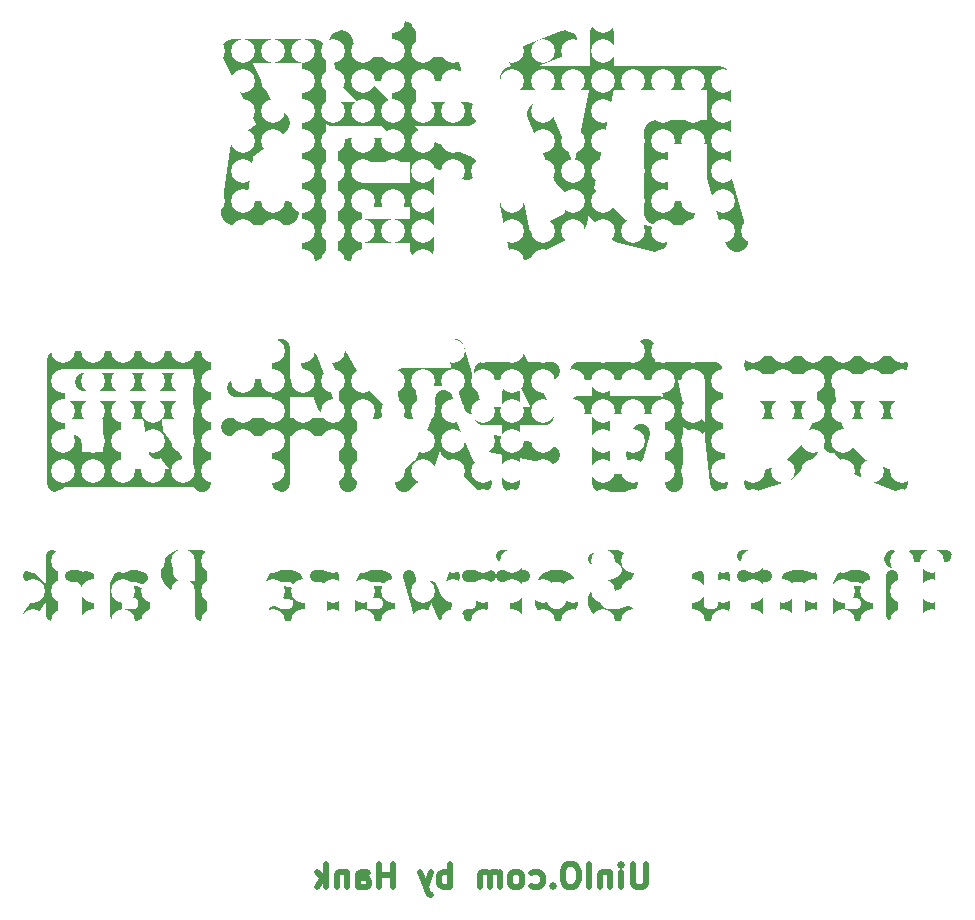
<source format=gbo>
%TF.GenerationSoftware,KiCad,Pcbnew,(6.0.5)*%
%TF.CreationDate,2022-05-26T18:09:24+08:00*%
%TF.ProjectId,Dot_Board,446f745f-426f-4617-9264-2e6b69636164,rev?*%
%TF.SameCoordinates,Original*%
%TF.FileFunction,Legend,Bot*%
%TF.FilePolarity,Positive*%
%FSLAX46Y46*%
G04 Gerber Fmt 4.6, Leading zero omitted, Abs format (unit mm)*
G04 Created by KiCad (PCBNEW (6.0.5)) date 2022-05-26 18:09:24*
%MOMM*%
%LPD*%
G01*
G04 APERTURE LIST*
%ADD10C,2.000000*%
%ADD11C,1.000000*%
%ADD12C,1.500000*%
%ADD13C,0.500000*%
%ADD14C,2.000000*%
%ADD15C,5.000000*%
G04 APERTURE END LIST*
D10*
X172599523Y-81041904D02*
X155075714Y-81041904D01*
X169551904Y-92470476D02*
X167266190Y-92470476D01*
X172599523Y-85613333D02*
X167266190Y-85613333D01*
X167266190Y-92470476D01*
X159647142Y-77994285D02*
X155837619Y-79518095D01*
X157361428Y-84089523D02*
X159647142Y-89422857D01*
X164218571Y-93994285D01*
X167266190Y-94756190D01*
X172599523Y-81041904D02*
X172599523Y-89422857D01*
X174123333Y-94756190D01*
X162694761Y-77232380D02*
X162694761Y-81803809D01*
X160409047Y-93232380D01*
X155837619Y-95518095D01*
X155075714Y-91708571D01*
X149742380Y-80280000D02*
X142885238Y-80280000D01*
X151266190Y-84089523D02*
X139837619Y-84089523D01*
X147456666Y-90946666D02*
X141361428Y-90946666D01*
X147456666Y-93994285D02*
X141361428Y-93994285D01*
X147456666Y-87137142D02*
X147456666Y-95518095D01*
X145932857Y-77232380D02*
X145932857Y-84089523D01*
X147456666Y-87137142D02*
X141361428Y-87137142D01*
X141361428Y-95518095D01*
X138313809Y-78756190D02*
X138313809Y-95518095D01*
X135266190Y-84851428D02*
X132218571Y-87137142D01*
X131456666Y-92470476D01*
X138313809Y-78756190D02*
X131456666Y-78756190D01*
X134504285Y-84851428D01*
X140599523Y-77994285D02*
X141361428Y-81041904D01*
X147456666Y-87137142D01*
X151266190Y-88660952D01*
X131456666Y-92470476D02*
X136028095Y-92470476D01*
D11*
X191777619Y-121471904D02*
X188920476Y-121471904D01*
X190349047Y-126471904D02*
X190349047Y-121471904D01*
X187253809Y-126471904D02*
X187253809Y-123138571D01*
X187253809Y-121471904D02*
X187491904Y-121710000D01*
X187253809Y-121948095D01*
X187015714Y-121710000D01*
X187253809Y-121471904D01*
X187253809Y-121948095D01*
X182730000Y-126471904D02*
X182730000Y-123852857D01*
X182968095Y-123376666D01*
X183444285Y-123138571D01*
X184396666Y-123138571D01*
X184872857Y-123376666D01*
X182730000Y-126233809D02*
X183206190Y-126471904D01*
X184396666Y-126471904D01*
X184872857Y-126233809D01*
X185110952Y-125757619D01*
X185110952Y-125281428D01*
X184872857Y-124805238D01*
X184396666Y-124567142D01*
X183206190Y-124567142D01*
X182730000Y-124329047D01*
X180349047Y-123138571D02*
X180349047Y-126471904D01*
X180349047Y-123614761D02*
X180110952Y-123376666D01*
X179634761Y-123138571D01*
X178920476Y-123138571D01*
X178444285Y-123376666D01*
X178206190Y-123852857D01*
X178206190Y-126471904D01*
X176539523Y-123138571D02*
X174634761Y-123138571D01*
X175825238Y-126471904D02*
X175825238Y-122186190D01*
X175587142Y-121710000D01*
X175110952Y-121471904D01*
X174634761Y-121471904D01*
X170825238Y-123138571D02*
X170825238Y-126471904D01*
X172968095Y-123138571D02*
X172968095Y-125757619D01*
X172730000Y-126233809D01*
X172253809Y-126471904D01*
X171539523Y-126471904D01*
X171063333Y-126233809D01*
X170825238Y-125995714D01*
X164872857Y-126233809D02*
X164158571Y-126471904D01*
X162968095Y-126471904D01*
X162491904Y-126233809D01*
X162253809Y-125995714D01*
X162015714Y-125519523D01*
X162015714Y-125043333D01*
X162253809Y-124567142D01*
X162491904Y-124329047D01*
X162968095Y-124090952D01*
X163920476Y-123852857D01*
X164396666Y-123614761D01*
X164634761Y-123376666D01*
X164872857Y-122900476D01*
X164872857Y-122424285D01*
X164634761Y-121948095D01*
X164396666Y-121710000D01*
X163920476Y-121471904D01*
X162730000Y-121471904D01*
X162015714Y-121710000D01*
X159158571Y-126471904D02*
X159634761Y-126233809D01*
X159872857Y-125995714D01*
X160110952Y-125519523D01*
X160110952Y-124090952D01*
X159872857Y-123614761D01*
X159634761Y-123376666D01*
X159158571Y-123138571D01*
X158444285Y-123138571D01*
X157968095Y-123376666D01*
X157730000Y-123614761D01*
X157491904Y-124090952D01*
X157491904Y-125519523D01*
X157730000Y-125995714D01*
X157968095Y-126233809D01*
X158444285Y-126471904D01*
X159158571Y-126471904D01*
X156063333Y-123138571D02*
X154158571Y-123138571D01*
X155349047Y-126471904D02*
X155349047Y-122186190D01*
X155110952Y-121710000D01*
X154634761Y-121471904D01*
X154158571Y-121471904D01*
X153206190Y-123138571D02*
X151301428Y-123138571D01*
X152491904Y-121471904D02*
X152491904Y-125757619D01*
X152253809Y-126233809D01*
X151777619Y-126471904D01*
X151301428Y-126471904D01*
X150110952Y-123138571D02*
X149158571Y-126471904D01*
X148206190Y-124090952D01*
X147253809Y-126471904D01*
X146301428Y-123138571D01*
X142253809Y-126471904D02*
X142253809Y-123852857D01*
X142491904Y-123376666D01*
X142968095Y-123138571D01*
X143920476Y-123138571D01*
X144396666Y-123376666D01*
X142253809Y-126233809D02*
X142730000Y-126471904D01*
X143920476Y-126471904D01*
X144396666Y-126233809D01*
X144634761Y-125757619D01*
X144634761Y-125281428D01*
X144396666Y-124805238D01*
X143920476Y-124567142D01*
X142730000Y-124567142D01*
X142253809Y-124329047D01*
X139872857Y-126471904D02*
X139872857Y-123138571D01*
X139872857Y-124090952D02*
X139634761Y-123614761D01*
X139396666Y-123376666D01*
X138920476Y-123138571D01*
X138444285Y-123138571D01*
X134872857Y-126233809D02*
X135349047Y-126471904D01*
X136301428Y-126471904D01*
X136777619Y-126233809D01*
X137015714Y-125757619D01*
X137015714Y-123852857D01*
X136777619Y-123376666D01*
X136301428Y-123138571D01*
X135349047Y-123138571D01*
X134872857Y-123376666D01*
X134634761Y-123852857D01*
X134634761Y-124329047D01*
X137015714Y-124805238D01*
X128682380Y-126471904D02*
X128682380Y-121471904D01*
X126777619Y-121471904D01*
X126301428Y-121710000D01*
X126063333Y-121948095D01*
X125825238Y-122424285D01*
X125825238Y-123138571D01*
X126063333Y-123614761D01*
X126301428Y-123852857D01*
X126777619Y-124090952D01*
X128682380Y-124090952D01*
X121539523Y-126471904D02*
X121539523Y-123852857D01*
X121777619Y-123376666D01*
X122253809Y-123138571D01*
X123206190Y-123138571D01*
X123682380Y-123376666D01*
X121539523Y-126233809D02*
X122015714Y-126471904D01*
X123206190Y-126471904D01*
X123682380Y-126233809D01*
X123920476Y-125757619D01*
X123920476Y-125281428D01*
X123682380Y-124805238D01*
X123206190Y-124567142D01*
X122015714Y-124567142D01*
X121539523Y-124329047D01*
X119158571Y-126471904D02*
X119158571Y-123138571D01*
X119158571Y-124090952D02*
X118920476Y-123614761D01*
X118682380Y-123376666D01*
X118206190Y-123138571D01*
X117730000Y-123138571D01*
X116063333Y-126471904D02*
X116063333Y-121471904D01*
X115587142Y-124567142D02*
X114158571Y-126471904D01*
X114158571Y-123138571D02*
X116063333Y-125043333D01*
D12*
X187842380Y-105333809D02*
X175461428Y-105333809D01*
X187366190Y-109143333D02*
X175937619Y-109143333D01*
X181651904Y-105333809D02*
X181651904Y-109619523D01*
X180223333Y-112476666D01*
X178318571Y-114381428D01*
X175461428Y-115333809D01*
X181651904Y-109143333D02*
X183080476Y-112476666D01*
X184509047Y-113905238D01*
X187842380Y-115333809D01*
X181651904Y-107714761D02*
X182128095Y-112000476D01*
X172128095Y-105810000D02*
X160699523Y-105810000D01*
X167366190Y-108667142D02*
X160699523Y-108667142D01*
X164985238Y-115333809D02*
X162604285Y-115333809D01*
X166413809Y-103905238D02*
X166413809Y-105810000D01*
X162604285Y-106286190D02*
X162604285Y-115333809D01*
X165937619Y-111048095D02*
X165461428Y-112952857D01*
X172128095Y-105810000D02*
X172128095Y-111524285D01*
X172604285Y-115333809D01*
X168318571Y-106762380D02*
X168794761Y-108667142D01*
X170699523Y-110571904D01*
X168794761Y-108667142D02*
X168794761Y-115333809D01*
X158318571Y-105810000D02*
X152604285Y-105810000D01*
X157842380Y-109619523D02*
X152604285Y-109619523D01*
X154985238Y-107714761D02*
X154985238Y-115333809D01*
X147842380Y-113429047D02*
X145937619Y-115333809D01*
X150223333Y-112952857D02*
X152604285Y-115333809D01*
X148794761Y-110571904D02*
X147366190Y-114381428D01*
X149747142Y-110571904D02*
X151175714Y-113905238D01*
X155461428Y-104857619D02*
X157842380Y-109619523D01*
X149270952Y-109143333D02*
X147842380Y-113429047D01*
X150699523Y-106286190D02*
X145937619Y-106286190D01*
X146413809Y-109143333D01*
X150223333Y-103905238D02*
X151651904Y-108667142D01*
X149270952Y-108190952D02*
X149747142Y-112476666D01*
X153556666Y-112000476D02*
X158318571Y-112952857D01*
X138318571Y-107238571D02*
X131651904Y-107238571D01*
X139747142Y-110571904D02*
X131175714Y-110571904D01*
X141175714Y-106286190D02*
X141175714Y-115333809D01*
X135461428Y-103905238D02*
X135461428Y-115333809D01*
X137842380Y-104857619D02*
X139270952Y-108667142D01*
X140223333Y-104381428D02*
X142128095Y-107714761D01*
X143556666Y-109143333D01*
X126413809Y-106762380D02*
X118794761Y-106762380D01*
X127366190Y-109143333D02*
X117842380Y-109143333D01*
X121175714Y-113429047D02*
X117842380Y-113429047D01*
X128794761Y-114857619D02*
X116413809Y-114857619D01*
X128794761Y-104857619D02*
X128794761Y-115333809D01*
X121175714Y-109143333D02*
X121175714Y-113429047D01*
X117842380Y-112000476D02*
X117842380Y-113429047D01*
X128794761Y-104857619D02*
X116413809Y-104857619D01*
X116413809Y-115333809D01*
X124985238Y-111524285D02*
X126413809Y-113429047D01*
X124509047Y-109143333D02*
X124985238Y-112476666D01*
D13*
X166394761Y-147524761D02*
X166394761Y-149143809D01*
X166299523Y-149334285D01*
X166204285Y-149429523D01*
X166013809Y-149524761D01*
X165632857Y-149524761D01*
X165442380Y-149429523D01*
X165347142Y-149334285D01*
X165251904Y-149143809D01*
X165251904Y-147524761D01*
X164299523Y-149524761D02*
X164299523Y-148191428D01*
X164299523Y-147524761D02*
X164394761Y-147620000D01*
X164299523Y-147715238D01*
X164204285Y-147620000D01*
X164299523Y-147524761D01*
X164299523Y-147715238D01*
X163347142Y-148191428D02*
X163347142Y-149524761D01*
X163347142Y-148381904D02*
X163251904Y-148286666D01*
X163061428Y-148191428D01*
X162775714Y-148191428D01*
X162585238Y-148286666D01*
X162490000Y-148477142D01*
X162490000Y-149524761D01*
X161537619Y-149524761D02*
X161537619Y-147524761D01*
X160204285Y-147524761D02*
X159823333Y-147524761D01*
X159632857Y-147620000D01*
X159442380Y-147810476D01*
X159347142Y-148191428D01*
X159347142Y-148858095D01*
X159442380Y-149239047D01*
X159632857Y-149429523D01*
X159823333Y-149524761D01*
X160204285Y-149524761D01*
X160394761Y-149429523D01*
X160585238Y-149239047D01*
X160680476Y-148858095D01*
X160680476Y-148191428D01*
X160585238Y-147810476D01*
X160394761Y-147620000D01*
X160204285Y-147524761D01*
X158490000Y-149334285D02*
X158394761Y-149429523D01*
X158490000Y-149524761D01*
X158585238Y-149429523D01*
X158490000Y-149334285D01*
X158490000Y-149524761D01*
X156680476Y-149429523D02*
X156870952Y-149524761D01*
X157251904Y-149524761D01*
X157442380Y-149429523D01*
X157537619Y-149334285D01*
X157632857Y-149143809D01*
X157632857Y-148572380D01*
X157537619Y-148381904D01*
X157442380Y-148286666D01*
X157251904Y-148191428D01*
X156870952Y-148191428D01*
X156680476Y-148286666D01*
X155537619Y-149524761D02*
X155728095Y-149429523D01*
X155823333Y-149334285D01*
X155918571Y-149143809D01*
X155918571Y-148572380D01*
X155823333Y-148381904D01*
X155728095Y-148286666D01*
X155537619Y-148191428D01*
X155251904Y-148191428D01*
X155061428Y-148286666D01*
X154966190Y-148381904D01*
X154870952Y-148572380D01*
X154870952Y-149143809D01*
X154966190Y-149334285D01*
X155061428Y-149429523D01*
X155251904Y-149524761D01*
X155537619Y-149524761D01*
X154013809Y-149524761D02*
X154013809Y-148191428D01*
X154013809Y-148381904D02*
X153918571Y-148286666D01*
X153728095Y-148191428D01*
X153442380Y-148191428D01*
X153251904Y-148286666D01*
X153156666Y-148477142D01*
X153156666Y-149524761D01*
X153156666Y-148477142D02*
X153061428Y-148286666D01*
X152870952Y-148191428D01*
X152585238Y-148191428D01*
X152394761Y-148286666D01*
X152299523Y-148477142D01*
X152299523Y-149524761D01*
X149823333Y-149524761D02*
X149823333Y-147524761D01*
X149823333Y-148286666D02*
X149632857Y-148191428D01*
X149251904Y-148191428D01*
X149061428Y-148286666D01*
X148966190Y-148381904D01*
X148870952Y-148572380D01*
X148870952Y-149143809D01*
X148966190Y-149334285D01*
X149061428Y-149429523D01*
X149251904Y-149524761D01*
X149632857Y-149524761D01*
X149823333Y-149429523D01*
X148204285Y-148191428D02*
X147728095Y-149524761D01*
X147251904Y-148191428D02*
X147728095Y-149524761D01*
X147918571Y-150000952D01*
X148013809Y-150096190D01*
X148204285Y-150191428D01*
X144966190Y-149524761D02*
X144966190Y-147524761D01*
X144966190Y-148477142D02*
X143823333Y-148477142D01*
X143823333Y-149524761D02*
X143823333Y-147524761D01*
X142013809Y-149524761D02*
X142013809Y-148477142D01*
X142109047Y-148286666D01*
X142299523Y-148191428D01*
X142680476Y-148191428D01*
X142870952Y-148286666D01*
X142013809Y-149429523D02*
X142204285Y-149524761D01*
X142680476Y-149524761D01*
X142870952Y-149429523D01*
X142966190Y-149239047D01*
X142966190Y-149048571D01*
X142870952Y-148858095D01*
X142680476Y-148762857D01*
X142204285Y-148762857D01*
X142013809Y-148667619D01*
X141061428Y-148191428D02*
X141061428Y-149524761D01*
X141061428Y-148381904D02*
X140966190Y-148286666D01*
X140775714Y-148191428D01*
X140490000Y-148191428D01*
X140299523Y-148286666D01*
X140204285Y-148477142D01*
X140204285Y-149524761D01*
X139251904Y-149524761D02*
X139251904Y-147524761D01*
X139061428Y-148762857D02*
X138490000Y-149524761D01*
X138490000Y-148191428D02*
X139251904Y-148953333D01*
%LPC*%
D14*
X193160000Y-149840000D03*
X190620000Y-149840000D03*
X193160000Y-147300000D03*
X190620000Y-147300000D03*
X198120000Y-147320000D03*
X134800000Y-149810000D03*
X132260000Y-149810000D03*
X134800000Y-147270000D03*
X132260000Y-147270000D03*
X183000000Y-149840000D03*
X180460000Y-149840000D03*
X188080000Y-149840000D03*
X185540000Y-149840000D03*
X183000000Y-147300000D03*
X180460000Y-147300000D03*
X188080000Y-147300000D03*
X185540000Y-147300000D03*
X172840000Y-149840000D03*
X170300000Y-149840000D03*
X177920000Y-149840000D03*
X175380000Y-149840000D03*
X172840000Y-147300000D03*
X170300000Y-147300000D03*
X177920000Y-147300000D03*
X175380000Y-147300000D03*
X124640000Y-147270000D03*
X122100000Y-147270000D03*
X129720000Y-147270000D03*
X127180000Y-147270000D03*
X124640000Y-149810000D03*
X122100000Y-149810000D03*
X129720000Y-149810000D03*
X127180000Y-149810000D03*
X114480000Y-149810000D03*
X111940000Y-149810000D03*
X119560000Y-149810000D03*
X117020000Y-149810000D03*
X119560000Y-147270000D03*
X117020000Y-147270000D03*
X114480000Y-147270000D03*
X111940000Y-147270000D03*
X106830000Y-142210000D03*
X106830000Y-139670000D03*
X106830000Y-137130000D03*
D15*
X107593355Y-56299014D03*
D14*
X185550000Y-53290000D03*
X193170000Y-53290000D03*
X190630000Y-53290000D03*
X188090000Y-53290000D03*
X175390000Y-53290000D03*
X183010000Y-53290000D03*
X177930000Y-53290000D03*
X180470000Y-53290000D03*
X165230000Y-53290000D03*
X172850000Y-53290000D03*
X167770000Y-53290000D03*
X170310000Y-53290000D03*
X162690000Y-53290000D03*
X160150000Y-53290000D03*
X149990000Y-53290000D03*
X142370000Y-53290000D03*
X157610000Y-53290000D03*
X147450000Y-53290000D03*
X144910000Y-53290000D03*
X137290000Y-53290000D03*
X134750000Y-53290000D03*
X139830000Y-53290000D03*
X155070000Y-53290000D03*
X152530000Y-53290000D03*
X119510000Y-53290000D03*
X111890000Y-53290000D03*
X124590000Y-53290000D03*
X114430000Y-53290000D03*
X129670000Y-53290000D03*
X122050000Y-53290000D03*
X132210000Y-53290000D03*
X127130000Y-53290000D03*
X116970000Y-53290000D03*
X198120000Y-55880000D03*
X188070000Y-55750000D03*
X193150000Y-55750000D03*
X190610000Y-55750000D03*
X177910000Y-55750000D03*
X185530000Y-55750000D03*
X180450000Y-55750000D03*
X182990000Y-55750000D03*
X167750000Y-55750000D03*
X175370000Y-55750000D03*
X170290000Y-55750000D03*
X172830000Y-55750000D03*
X165210000Y-55750000D03*
X162670000Y-55750000D03*
X152510000Y-55750000D03*
X144890000Y-55750000D03*
X160130000Y-55750000D03*
X149970000Y-55750000D03*
X147430000Y-55750000D03*
X139810000Y-55750000D03*
X137270000Y-55750000D03*
X142350000Y-55750000D03*
X157590000Y-55750000D03*
X155050000Y-55750000D03*
X122030000Y-55750000D03*
X114410000Y-55750000D03*
X111870000Y-55750000D03*
X127110000Y-55750000D03*
X116950000Y-55750000D03*
X132190000Y-55750000D03*
X124570000Y-55750000D03*
X134730000Y-55750000D03*
X129650000Y-55750000D03*
X119490000Y-55750000D03*
X200810000Y-134590000D03*
X200810000Y-142210000D03*
X200810000Y-139670000D03*
X200810000Y-137130000D03*
X200810000Y-124430000D03*
X200810000Y-132050000D03*
X200810000Y-126970000D03*
X200810000Y-129510000D03*
X200810000Y-114270000D03*
X200810000Y-121890000D03*
X200810000Y-116810000D03*
X200810000Y-119350000D03*
X200810000Y-111730000D03*
X200810000Y-109190000D03*
X200810000Y-99030000D03*
X200810000Y-91410000D03*
X200810000Y-106650000D03*
X200810000Y-96490000D03*
X200810000Y-93950000D03*
X200810000Y-86330000D03*
X200810000Y-83790000D03*
X200810000Y-88870000D03*
X200810000Y-104110000D03*
X200810000Y-101570000D03*
X200810000Y-68550000D03*
X200810000Y-60930000D03*
X200810000Y-73630000D03*
X200810000Y-63470000D03*
X200810000Y-78710000D03*
X200810000Y-71090000D03*
X200810000Y-81250000D03*
X200810000Y-76170000D03*
X200810000Y-66010000D03*
X198120000Y-147320000D03*
X198270000Y-137130000D03*
X198270000Y-142210000D03*
X198270000Y-139670000D03*
X198270000Y-126970000D03*
X198270000Y-134590000D03*
X198270000Y-129510000D03*
X198270000Y-132050000D03*
X198270000Y-116810000D03*
X198270000Y-124430000D03*
X198270000Y-119350000D03*
X198270000Y-121890000D03*
X198270000Y-114270000D03*
X198270000Y-111730000D03*
X198270000Y-101570000D03*
X198270000Y-93950000D03*
X198270000Y-109190000D03*
X198270000Y-99030000D03*
X198270000Y-96490000D03*
X198270000Y-88870000D03*
X198270000Y-86330000D03*
X198270000Y-91410000D03*
X198270000Y-106650000D03*
X198270000Y-104110000D03*
X198270000Y-71090000D03*
X198270000Y-63470000D03*
X198270000Y-60930000D03*
X198270000Y-76170000D03*
X198270000Y-66010000D03*
X198270000Y-81250000D03*
X198270000Y-73630000D03*
X198270000Y-83790000D03*
X198270000Y-78710000D03*
X198270000Y-68550000D03*
X195730000Y-137130000D03*
X195730000Y-142210000D03*
X195730000Y-139670000D03*
X195730000Y-126970000D03*
X195730000Y-134590000D03*
X195730000Y-129510000D03*
X195730000Y-132050000D03*
X195730000Y-116810000D03*
X195730000Y-124430000D03*
X195730000Y-119350000D03*
X195730000Y-121890000D03*
X195730000Y-114270000D03*
X195730000Y-111730000D03*
X195730000Y-101570000D03*
X195730000Y-93950000D03*
X195730000Y-109190000D03*
X195730000Y-99030000D03*
X195730000Y-96490000D03*
X195730000Y-88870000D03*
X195730000Y-86330000D03*
X195730000Y-91410000D03*
X195730000Y-106650000D03*
X195730000Y-104110000D03*
X195730000Y-71090000D03*
X195730000Y-63470000D03*
X195730000Y-60930000D03*
X195730000Y-76170000D03*
X195730000Y-66010000D03*
X195730000Y-81250000D03*
X195730000Y-73630000D03*
X195730000Y-83790000D03*
X195730000Y-78710000D03*
X195730000Y-68550000D03*
X109370000Y-137130000D03*
X109370000Y-142210000D03*
X109370000Y-139670000D03*
X109370000Y-126970000D03*
X109370000Y-134590000D03*
X109370000Y-129510000D03*
X109370000Y-132050000D03*
X109370000Y-116810000D03*
X109370000Y-124430000D03*
X109370000Y-119350000D03*
X109370000Y-121890000D03*
X109370000Y-114270000D03*
X109370000Y-111730000D03*
X109370000Y-101570000D03*
X109370000Y-93950000D03*
X109370000Y-109190000D03*
X109370000Y-99030000D03*
X109370000Y-96490000D03*
X109370000Y-88870000D03*
X109370000Y-86330000D03*
X109370000Y-91410000D03*
X109370000Y-106650000D03*
X109370000Y-104110000D03*
X109370000Y-71090000D03*
X109370000Y-63470000D03*
X109370000Y-60930000D03*
X109370000Y-76170000D03*
X109370000Y-66010000D03*
X109370000Y-81250000D03*
X109370000Y-73630000D03*
X109370000Y-83790000D03*
X109370000Y-78710000D03*
X109370000Y-68550000D03*
X111907742Y-144686769D03*
X111910000Y-134590000D03*
X111910000Y-142210000D03*
X111910000Y-139670000D03*
X111910000Y-137130000D03*
X111910000Y-124430000D03*
X111910000Y-132050000D03*
X111910000Y-126970000D03*
X111910000Y-129510000D03*
X111910000Y-114270000D03*
X111910000Y-121890000D03*
X111910000Y-116810000D03*
X111910000Y-119350000D03*
X111910000Y-111730000D03*
X111910000Y-109190000D03*
X111910000Y-99030000D03*
X111910000Y-91410000D03*
X111910000Y-106650000D03*
X111910000Y-96490000D03*
X111910000Y-93950000D03*
X111910000Y-86330000D03*
X111910000Y-83790000D03*
X111910000Y-88870000D03*
X111910000Y-104110000D03*
X111910000Y-101570000D03*
X111910000Y-68550000D03*
X111910000Y-60930000D03*
X111923268Y-58296769D03*
X111910000Y-73630000D03*
X111910000Y-63470000D03*
X111910000Y-78710000D03*
X111910000Y-71090000D03*
X111910000Y-81250000D03*
X111910000Y-76170000D03*
X111910000Y-66010000D03*
X193154474Y-144680000D03*
X193156732Y-134583231D03*
X193156732Y-142203231D03*
X193156732Y-139663231D03*
X193156732Y-137123231D03*
X193156732Y-124423231D03*
X193156732Y-132043231D03*
X193156732Y-126963231D03*
X193156732Y-129503231D03*
X193156732Y-114263231D03*
X193156732Y-121883231D03*
X193156732Y-116803231D03*
X193156732Y-119343231D03*
X193156732Y-111723231D03*
X193156732Y-109183231D03*
X193156732Y-99023231D03*
X193156732Y-91403231D03*
X193156732Y-106643231D03*
X193156732Y-96483231D03*
X193156732Y-93943231D03*
X193156732Y-86323231D03*
X193156732Y-83783231D03*
X193156732Y-88863231D03*
X193156732Y-104103231D03*
X193156732Y-101563231D03*
X193156732Y-68543231D03*
X193156732Y-60923231D03*
X193170000Y-58290000D03*
X193156732Y-73623231D03*
X193156732Y-63463231D03*
X193156732Y-78703231D03*
X193156732Y-71083231D03*
X193156732Y-81243231D03*
X193156732Y-76163231D03*
X193156732Y-66003231D03*
X190600000Y-144680000D03*
X190602258Y-134583231D03*
X190602258Y-142203231D03*
X190602258Y-139663231D03*
X190602258Y-137123231D03*
X190602258Y-124423231D03*
X190602258Y-132043231D03*
X190602258Y-126963231D03*
X190602258Y-129503231D03*
X190602258Y-114263231D03*
X190602258Y-121883231D03*
X190602258Y-116803231D03*
X190602258Y-119343231D03*
X190602258Y-111723231D03*
X190602258Y-109183231D03*
X190602258Y-99023231D03*
X190602258Y-91403231D03*
X190602258Y-106643231D03*
X190602258Y-96483231D03*
X190602258Y-93943231D03*
X190602258Y-86323231D03*
X190602258Y-83783231D03*
X190602258Y-88863231D03*
X190602258Y-104103231D03*
X190602258Y-101563231D03*
X190602258Y-68543231D03*
X190602258Y-60923231D03*
X190615526Y-58290000D03*
X190602258Y-73623231D03*
X190602258Y-63463231D03*
X190602258Y-78703231D03*
X190602258Y-71083231D03*
X190602258Y-81243231D03*
X190602258Y-76163231D03*
X190602258Y-66003231D03*
X188045527Y-144680000D03*
X188047785Y-134583231D03*
X188047785Y-142203231D03*
X188047785Y-139663231D03*
X188047785Y-137123231D03*
X188047785Y-124423231D03*
X188047785Y-132043231D03*
X188047785Y-126963231D03*
X188047785Y-129503231D03*
X188047785Y-114263231D03*
X188047785Y-121883231D03*
X188047785Y-116803231D03*
X188047785Y-119343231D03*
X188047785Y-111723231D03*
X188047785Y-109183231D03*
X188047785Y-99023231D03*
X188047785Y-91403231D03*
X188047785Y-106643231D03*
X188047785Y-96483231D03*
X188047785Y-93943231D03*
X188047785Y-86323231D03*
X188047785Y-83783231D03*
X188047785Y-88863231D03*
X188047785Y-104103231D03*
X188047785Y-101563231D03*
X188047785Y-68543231D03*
X188047785Y-60923231D03*
X188061053Y-58290000D03*
X188047785Y-73623231D03*
X188047785Y-63463231D03*
X188047785Y-78703231D03*
X188047785Y-71083231D03*
X188047785Y-81243231D03*
X188047785Y-76163231D03*
X188047785Y-66003231D03*
X185491053Y-144680000D03*
X185493311Y-134583231D03*
X185493311Y-142203231D03*
X185493311Y-139663231D03*
X185493311Y-137123231D03*
X185493311Y-124423231D03*
X185493311Y-132043231D03*
X185493311Y-126963231D03*
X185493311Y-129503231D03*
X185493311Y-114263231D03*
X185493311Y-121883231D03*
X185493311Y-116803231D03*
X185493311Y-119343231D03*
X185493311Y-111723231D03*
X185493311Y-109183231D03*
X185493311Y-99023231D03*
X185493311Y-91403231D03*
X185493311Y-106643231D03*
X185493311Y-96483231D03*
X185493311Y-93943231D03*
X185493311Y-86323231D03*
X185493311Y-83783231D03*
X185493311Y-88863231D03*
X185493311Y-104103231D03*
X185493311Y-101563231D03*
X185493311Y-68543231D03*
X185493311Y-60923231D03*
X185506579Y-58290000D03*
X185493311Y-73623231D03*
X185493311Y-63463231D03*
X185493311Y-78703231D03*
X185493311Y-71083231D03*
X185493311Y-81243231D03*
X185493311Y-76163231D03*
X185493311Y-66003231D03*
X183027742Y-144686769D03*
X183030000Y-134590000D03*
X183030000Y-142210000D03*
X183030000Y-139670000D03*
X183030000Y-137130000D03*
X183030000Y-124430000D03*
X183030000Y-132050000D03*
X183030000Y-126970000D03*
X183030000Y-129510000D03*
X183030000Y-114270000D03*
X183030000Y-121890000D03*
X183030000Y-116810000D03*
X183030000Y-119350000D03*
X183030000Y-111730000D03*
X183030000Y-109190000D03*
X183030000Y-99030000D03*
X183030000Y-91410000D03*
X183030000Y-106650000D03*
X183030000Y-96490000D03*
X183030000Y-93950000D03*
X183030000Y-86330000D03*
X183030000Y-83790000D03*
X183030000Y-88870000D03*
X183030000Y-104110000D03*
X183030000Y-101570000D03*
X183030000Y-68550000D03*
X183030000Y-60930000D03*
X183043268Y-58296769D03*
X183030000Y-73630000D03*
X183030000Y-63470000D03*
X183030000Y-78710000D03*
X183030000Y-71090000D03*
X183030000Y-81250000D03*
X183030000Y-76170000D03*
X183030000Y-66010000D03*
X180487742Y-144686769D03*
X180490000Y-134590000D03*
X180490000Y-142210000D03*
X180490000Y-139670000D03*
X180490000Y-137130000D03*
X180490000Y-124430000D03*
X180490000Y-132050000D03*
X180490000Y-126970000D03*
X180490000Y-129510000D03*
X180490000Y-114270000D03*
X180490000Y-121890000D03*
X180490000Y-116810000D03*
X180490000Y-119350000D03*
X180490000Y-111730000D03*
X180490000Y-109190000D03*
X180490000Y-99030000D03*
X180490000Y-91410000D03*
X180490000Y-106650000D03*
X180490000Y-96490000D03*
X180490000Y-93950000D03*
X180490000Y-86330000D03*
X180490000Y-83790000D03*
X180490000Y-88870000D03*
X180490000Y-104110000D03*
X180490000Y-101570000D03*
X180490000Y-68550000D03*
X180490000Y-60930000D03*
X180503268Y-58296769D03*
X180490000Y-73630000D03*
X180490000Y-63470000D03*
X180490000Y-78710000D03*
X180490000Y-71090000D03*
X180490000Y-81250000D03*
X180490000Y-76170000D03*
X180490000Y-66010000D03*
X177947742Y-144686769D03*
X177950000Y-134590000D03*
X177950000Y-142210000D03*
X177950000Y-139670000D03*
X177950000Y-137130000D03*
X177950000Y-124430000D03*
X177950000Y-132050000D03*
X177950000Y-126970000D03*
X177950000Y-129510000D03*
X177950000Y-114270000D03*
X177950000Y-121890000D03*
X177950000Y-116810000D03*
X177950000Y-119350000D03*
X177950000Y-111730000D03*
X177950000Y-109190000D03*
X177950000Y-99030000D03*
X177950000Y-91410000D03*
X177950000Y-106650000D03*
X177950000Y-96490000D03*
X177950000Y-93950000D03*
X177950000Y-86330000D03*
X177950000Y-83790000D03*
X177950000Y-88870000D03*
X177950000Y-104110000D03*
X177950000Y-101570000D03*
X177950000Y-68550000D03*
X177950000Y-60930000D03*
X177963268Y-58296769D03*
X177950000Y-73630000D03*
X177950000Y-63470000D03*
X177950000Y-78710000D03*
X177950000Y-71090000D03*
X177950000Y-81250000D03*
X177950000Y-76170000D03*
X177950000Y-66010000D03*
X175407742Y-144686769D03*
X175410000Y-134590000D03*
X175410000Y-142210000D03*
X175410000Y-139670000D03*
X175410000Y-137130000D03*
X175410000Y-124430000D03*
X175410000Y-132050000D03*
X175410000Y-126970000D03*
X175410000Y-129510000D03*
X175410000Y-114270000D03*
X175410000Y-121890000D03*
X175410000Y-116810000D03*
X175410000Y-119350000D03*
X175410000Y-111730000D03*
X175410000Y-109190000D03*
X175410000Y-99030000D03*
X175410000Y-91410000D03*
X175410000Y-106650000D03*
X175410000Y-96490000D03*
X175410000Y-93950000D03*
X175410000Y-86330000D03*
X175410000Y-83790000D03*
X175410000Y-88870000D03*
X175410000Y-104110000D03*
X175410000Y-101570000D03*
X175410000Y-68550000D03*
X175410000Y-60930000D03*
X175423268Y-58296769D03*
X175410000Y-73630000D03*
X175410000Y-63470000D03*
X175410000Y-78710000D03*
X175410000Y-71090000D03*
X175410000Y-81250000D03*
X175410000Y-76170000D03*
X175410000Y-66010000D03*
X172867742Y-144686769D03*
X172870000Y-134590000D03*
X172870000Y-142210000D03*
X172870000Y-139670000D03*
X172870000Y-137130000D03*
X172870000Y-124430000D03*
X172870000Y-132050000D03*
X172870000Y-126970000D03*
X172870000Y-129510000D03*
X172870000Y-114270000D03*
X172870000Y-121890000D03*
X172870000Y-116810000D03*
X172870000Y-119350000D03*
X172870000Y-111730000D03*
X172870000Y-109190000D03*
X172870000Y-99030000D03*
X172870000Y-91410000D03*
X172870000Y-106650000D03*
X172870000Y-96490000D03*
X172870000Y-93950000D03*
X172870000Y-86330000D03*
X172870000Y-83790000D03*
X172870000Y-88870000D03*
X172870000Y-104110000D03*
X172870000Y-101570000D03*
X172870000Y-68550000D03*
X172870000Y-60930000D03*
X172883268Y-58296769D03*
X172870000Y-73630000D03*
X172870000Y-63470000D03*
X172870000Y-78710000D03*
X172870000Y-71090000D03*
X172870000Y-81250000D03*
X172870000Y-76170000D03*
X172870000Y-66010000D03*
X170327742Y-144686769D03*
X170330000Y-134590000D03*
X170330000Y-142210000D03*
X170330000Y-139670000D03*
X170330000Y-137130000D03*
X170330000Y-124430000D03*
X170330000Y-132050000D03*
X170330000Y-126970000D03*
X170330000Y-129510000D03*
X170330000Y-114270000D03*
X170330000Y-121890000D03*
X170330000Y-116810000D03*
X170330000Y-119350000D03*
X170330000Y-111730000D03*
X170330000Y-109190000D03*
X170330000Y-99030000D03*
X170330000Y-91410000D03*
X170330000Y-106650000D03*
X170330000Y-96490000D03*
X170330000Y-93950000D03*
X170330000Y-86330000D03*
X170330000Y-83790000D03*
X170330000Y-88870000D03*
X170330000Y-104110000D03*
X170330000Y-101570000D03*
X170330000Y-68550000D03*
X170330000Y-60930000D03*
X170343268Y-58296769D03*
X170330000Y-73630000D03*
X170330000Y-63470000D03*
X170330000Y-78710000D03*
X170330000Y-71090000D03*
X170330000Y-81250000D03*
X170330000Y-76170000D03*
X170330000Y-66010000D03*
X167787742Y-144686769D03*
X167790000Y-134590000D03*
X167790000Y-142210000D03*
X167790000Y-139670000D03*
X167790000Y-137130000D03*
X167790000Y-124430000D03*
X167790000Y-132050000D03*
X167790000Y-126970000D03*
X167790000Y-129510000D03*
X167790000Y-114270000D03*
X167790000Y-121890000D03*
X167790000Y-116810000D03*
X167790000Y-119350000D03*
X167790000Y-111730000D03*
X167790000Y-109190000D03*
X167790000Y-99030000D03*
X167790000Y-91410000D03*
X167790000Y-106650000D03*
X167790000Y-96490000D03*
X167790000Y-93950000D03*
X167790000Y-86330000D03*
X167790000Y-83790000D03*
X167790000Y-88870000D03*
X167790000Y-104110000D03*
X167790000Y-101570000D03*
X167790000Y-68550000D03*
X167790000Y-60930000D03*
X167803268Y-58296769D03*
X167790000Y-73630000D03*
X167790000Y-63470000D03*
X167790000Y-78710000D03*
X167790000Y-71090000D03*
X167790000Y-81250000D03*
X167790000Y-76170000D03*
X167790000Y-66010000D03*
X165247742Y-144686769D03*
X165250000Y-134590000D03*
X165250000Y-142210000D03*
X165250000Y-139670000D03*
X165250000Y-137130000D03*
X165250000Y-124430000D03*
X165250000Y-132050000D03*
X165250000Y-126970000D03*
X165250000Y-129510000D03*
X165250000Y-114270000D03*
X165250000Y-121890000D03*
X165250000Y-116810000D03*
X165250000Y-119350000D03*
X165250000Y-111730000D03*
X165250000Y-109190000D03*
X165250000Y-99030000D03*
X165250000Y-91410000D03*
X165250000Y-106650000D03*
X165250000Y-96490000D03*
X165250000Y-93950000D03*
X165250000Y-86330000D03*
X165250000Y-83790000D03*
X165250000Y-88870000D03*
X165250000Y-104110000D03*
X165250000Y-101570000D03*
X165250000Y-68550000D03*
X165250000Y-60930000D03*
X165263268Y-58296769D03*
X165250000Y-73630000D03*
X165250000Y-63470000D03*
X165250000Y-78710000D03*
X165250000Y-71090000D03*
X165250000Y-81250000D03*
X165250000Y-76170000D03*
X165250000Y-66010000D03*
X162707742Y-144686769D03*
X162710000Y-134590000D03*
X162710000Y-142210000D03*
X162710000Y-139670000D03*
X162710000Y-137130000D03*
X162710000Y-124430000D03*
X162710000Y-132050000D03*
X162710000Y-126970000D03*
X162710000Y-129510000D03*
X162710000Y-114270000D03*
X162710000Y-121890000D03*
X162710000Y-116810000D03*
X162710000Y-119350000D03*
X162710000Y-111730000D03*
X162710000Y-109190000D03*
X162710000Y-99030000D03*
X162710000Y-91410000D03*
X162710000Y-106650000D03*
X162710000Y-96490000D03*
X162710000Y-93950000D03*
X162710000Y-86330000D03*
X162710000Y-83790000D03*
X162710000Y-88870000D03*
X162710000Y-104110000D03*
X162710000Y-101570000D03*
X162710000Y-68550000D03*
X162710000Y-60930000D03*
X162723268Y-58296769D03*
X162710000Y-73630000D03*
X162710000Y-63470000D03*
X162710000Y-78710000D03*
X162710000Y-71090000D03*
X162710000Y-81250000D03*
X162710000Y-76170000D03*
X162710000Y-66010000D03*
X160167742Y-144686769D03*
X160170000Y-134590000D03*
X160170000Y-142210000D03*
X160170000Y-139670000D03*
X160170000Y-137130000D03*
X160170000Y-124430000D03*
X160170000Y-132050000D03*
X160170000Y-126970000D03*
X160170000Y-129510000D03*
X160170000Y-114270000D03*
X160170000Y-121890000D03*
X160170000Y-116810000D03*
X160170000Y-119350000D03*
X160170000Y-111730000D03*
X160170000Y-109190000D03*
X160170000Y-99030000D03*
X160170000Y-91410000D03*
X160170000Y-106650000D03*
X160170000Y-96490000D03*
X160170000Y-93950000D03*
X160170000Y-86330000D03*
X160170000Y-83790000D03*
X160170000Y-88870000D03*
X160170000Y-104110000D03*
X160170000Y-101570000D03*
X160170000Y-68550000D03*
X160170000Y-60930000D03*
X160183268Y-58296769D03*
X160170000Y-73630000D03*
X160170000Y-63470000D03*
X160170000Y-78710000D03*
X160170000Y-71090000D03*
X160170000Y-81250000D03*
X160170000Y-76170000D03*
X160170000Y-66010000D03*
X157627742Y-144686769D03*
X157630000Y-134590000D03*
X157630000Y-142210000D03*
X157630000Y-139670000D03*
X157630000Y-137130000D03*
X157630000Y-124430000D03*
X157630000Y-132050000D03*
X157630000Y-126970000D03*
X157630000Y-129510000D03*
X157630000Y-114270000D03*
X157630000Y-121890000D03*
X157630000Y-116810000D03*
X157630000Y-119350000D03*
X157630000Y-111730000D03*
X157630000Y-109190000D03*
X157630000Y-99030000D03*
X157630000Y-91410000D03*
X157630000Y-106650000D03*
X157630000Y-96490000D03*
X157630000Y-93950000D03*
X157630000Y-86330000D03*
X157630000Y-83790000D03*
X157630000Y-88870000D03*
X157630000Y-104110000D03*
X157630000Y-101570000D03*
X157630000Y-68550000D03*
X157630000Y-60930000D03*
X157643268Y-58296769D03*
X157630000Y-73630000D03*
X157630000Y-63470000D03*
X157630000Y-78710000D03*
X157630000Y-71090000D03*
X157630000Y-81250000D03*
X157630000Y-76170000D03*
X157630000Y-66010000D03*
X155007669Y-144680000D03*
X155009927Y-134583231D03*
X155009927Y-142203231D03*
X155009927Y-139663231D03*
X155009927Y-137123231D03*
X155009927Y-124423231D03*
X155009927Y-132043231D03*
X155009927Y-126963231D03*
X155009927Y-129503231D03*
X155009927Y-114263231D03*
X155009927Y-121883231D03*
X155009927Y-116803231D03*
X155009927Y-119343231D03*
X155009927Y-111723231D03*
X155009927Y-109183231D03*
X155009927Y-99023231D03*
X155009927Y-91403231D03*
X155009927Y-106643231D03*
X155009927Y-96483231D03*
X155009927Y-93943231D03*
X155009927Y-86323231D03*
X155009927Y-83783231D03*
X155009927Y-88863231D03*
X155009927Y-104103231D03*
X155009927Y-101563231D03*
X155009927Y-68543231D03*
X155009927Y-60923231D03*
X155023195Y-58290000D03*
X155009927Y-73623231D03*
X155009927Y-63463231D03*
X155009927Y-78703231D03*
X155009927Y-71083231D03*
X155009927Y-81243231D03*
X155009927Y-76163231D03*
X155009927Y-66003231D03*
X152547742Y-144686769D03*
X152550000Y-134590000D03*
X152550000Y-142210000D03*
X152550000Y-139670000D03*
X152550000Y-137130000D03*
X152550000Y-124430000D03*
X152550000Y-132050000D03*
X152550000Y-126970000D03*
X152550000Y-129510000D03*
X152550000Y-114270000D03*
X152550000Y-121890000D03*
X152550000Y-116810000D03*
X152550000Y-119350000D03*
X152550000Y-111730000D03*
X152550000Y-109190000D03*
X152550000Y-99030000D03*
X152550000Y-91410000D03*
X152550000Y-106650000D03*
X152550000Y-96490000D03*
X152550000Y-93950000D03*
X152550000Y-86330000D03*
X152550000Y-83790000D03*
X152550000Y-88870000D03*
X152550000Y-104110000D03*
X152550000Y-101570000D03*
X152550000Y-68550000D03*
X152550000Y-60930000D03*
X152563268Y-58296769D03*
X152550000Y-73630000D03*
X152550000Y-63470000D03*
X152550000Y-78710000D03*
X152550000Y-71090000D03*
X152550000Y-81250000D03*
X152550000Y-76170000D03*
X152550000Y-66010000D03*
X150007742Y-144686769D03*
X150010000Y-134590000D03*
X150010000Y-142210000D03*
X150010000Y-139670000D03*
X150010000Y-137130000D03*
X150010000Y-124430000D03*
X150010000Y-132050000D03*
X150010000Y-126970000D03*
X150010000Y-129510000D03*
X150010000Y-114270000D03*
X150010000Y-121890000D03*
X150010000Y-116810000D03*
X150010000Y-119350000D03*
X150010000Y-111730000D03*
X150010000Y-109190000D03*
X150010000Y-99030000D03*
X150010000Y-91410000D03*
X150010000Y-106650000D03*
X150010000Y-96490000D03*
X150010000Y-93950000D03*
X150010000Y-86330000D03*
X150010000Y-83790000D03*
X150010000Y-88870000D03*
X150010000Y-104110000D03*
X150010000Y-101570000D03*
X150010000Y-68550000D03*
X150010000Y-60930000D03*
X150023268Y-58296769D03*
X150010000Y-73630000D03*
X150010000Y-63470000D03*
X150010000Y-78710000D03*
X150010000Y-71090000D03*
X150010000Y-81250000D03*
X150010000Y-76170000D03*
X150010000Y-66010000D03*
X147467742Y-144686769D03*
X147470000Y-134590000D03*
X147470000Y-142210000D03*
X147470000Y-139670000D03*
X147470000Y-137130000D03*
X147470000Y-124430000D03*
X147470000Y-132050000D03*
X147470000Y-126970000D03*
X147470000Y-129510000D03*
X147470000Y-114270000D03*
X147470000Y-121890000D03*
X147470000Y-116810000D03*
X147470000Y-119350000D03*
X147470000Y-111730000D03*
X147470000Y-109190000D03*
X147470000Y-99030000D03*
X147470000Y-91410000D03*
X147470000Y-106650000D03*
X147470000Y-96490000D03*
X147470000Y-93950000D03*
X147470000Y-86330000D03*
X147470000Y-83790000D03*
X147470000Y-88870000D03*
X147470000Y-104110000D03*
X147470000Y-101570000D03*
X147470000Y-68550000D03*
X147470000Y-60930000D03*
X147483268Y-58296769D03*
X147470000Y-73630000D03*
X147470000Y-63470000D03*
X147470000Y-78710000D03*
X147470000Y-71090000D03*
X147470000Y-81250000D03*
X147470000Y-76170000D03*
X147470000Y-66010000D03*
X144927742Y-144686769D03*
X144930000Y-134590000D03*
X144930000Y-142210000D03*
X144930000Y-139670000D03*
X144930000Y-137130000D03*
X144930000Y-124430000D03*
X144930000Y-132050000D03*
X144930000Y-126970000D03*
X144930000Y-129510000D03*
X144930000Y-114270000D03*
X144930000Y-121890000D03*
X144930000Y-116810000D03*
X144930000Y-119350000D03*
X144930000Y-111730000D03*
X144930000Y-109190000D03*
X144930000Y-99030000D03*
X144930000Y-91410000D03*
X144930000Y-106650000D03*
X144930000Y-96490000D03*
X144930000Y-93950000D03*
X144930000Y-86330000D03*
X144930000Y-83790000D03*
X144930000Y-88870000D03*
X144930000Y-104110000D03*
X144930000Y-101570000D03*
X144930000Y-68550000D03*
X144930000Y-60930000D03*
X144943268Y-58296769D03*
X144930000Y-73630000D03*
X144930000Y-63470000D03*
X144930000Y-78710000D03*
X144930000Y-71090000D03*
X144930000Y-81250000D03*
X144930000Y-76170000D03*
X144930000Y-66010000D03*
X142387742Y-144686769D03*
X142390000Y-134590000D03*
X142390000Y-142210000D03*
X142390000Y-139670000D03*
X142390000Y-137130000D03*
X142390000Y-124430000D03*
X142390000Y-132050000D03*
X142390000Y-126970000D03*
X142390000Y-129510000D03*
X142390000Y-114270000D03*
X142390000Y-121890000D03*
X142390000Y-116810000D03*
X142390000Y-119350000D03*
X142390000Y-111730000D03*
X142390000Y-109190000D03*
X142390000Y-99030000D03*
X142390000Y-91410000D03*
X142390000Y-106650000D03*
X142390000Y-96490000D03*
X142390000Y-93950000D03*
X142390000Y-86330000D03*
X142390000Y-83790000D03*
X142390000Y-88870000D03*
X142390000Y-104110000D03*
X142390000Y-101570000D03*
X142390000Y-68550000D03*
X142390000Y-60930000D03*
X142403268Y-58296769D03*
X142390000Y-73630000D03*
X142390000Y-63470000D03*
X142390000Y-78710000D03*
X142390000Y-71090000D03*
X142390000Y-81250000D03*
X142390000Y-76170000D03*
X142390000Y-66010000D03*
X139847742Y-144686769D03*
X139850000Y-134590000D03*
X139850000Y-142210000D03*
X139850000Y-139670000D03*
X139850000Y-137130000D03*
X139850000Y-124430000D03*
X139850000Y-132050000D03*
X139850000Y-126970000D03*
X139850000Y-129510000D03*
X139850000Y-114270000D03*
X139850000Y-121890000D03*
X139850000Y-116810000D03*
X139850000Y-119350000D03*
X139850000Y-111730000D03*
X139850000Y-109190000D03*
X139850000Y-99030000D03*
X139850000Y-91410000D03*
X139850000Y-106650000D03*
X139850000Y-96490000D03*
X139850000Y-93950000D03*
X139850000Y-86330000D03*
X139850000Y-83790000D03*
X139850000Y-88870000D03*
X139850000Y-104110000D03*
X139850000Y-101570000D03*
X139850000Y-68550000D03*
X139850000Y-60930000D03*
X139863268Y-58296769D03*
X139850000Y-73630000D03*
X139850000Y-63470000D03*
X139850000Y-78710000D03*
X139850000Y-71090000D03*
X139850000Y-81250000D03*
X139850000Y-76170000D03*
X139850000Y-66010000D03*
X137307742Y-144686769D03*
X137310000Y-134590000D03*
X137310000Y-142210000D03*
X137310000Y-139670000D03*
X137310000Y-137130000D03*
X137310000Y-124430000D03*
X137310000Y-132050000D03*
X137310000Y-126970000D03*
X137310000Y-129510000D03*
X137310000Y-114270000D03*
X137310000Y-121890000D03*
X137310000Y-116810000D03*
X137310000Y-119350000D03*
X137310000Y-111730000D03*
X137310000Y-109190000D03*
X137310000Y-99030000D03*
X137310000Y-91410000D03*
X137310000Y-106650000D03*
X137310000Y-96490000D03*
X137310000Y-93950000D03*
X137310000Y-86330000D03*
X137310000Y-83790000D03*
X137310000Y-88870000D03*
X137310000Y-104110000D03*
X137310000Y-101570000D03*
X137310000Y-68550000D03*
X137310000Y-60930000D03*
X137323268Y-58296769D03*
X137310000Y-73630000D03*
X137310000Y-63470000D03*
X137310000Y-78710000D03*
X137310000Y-71090000D03*
X137310000Y-81250000D03*
X137310000Y-76170000D03*
X137310000Y-66010000D03*
X134767742Y-144686769D03*
X134770000Y-134590000D03*
X134770000Y-142210000D03*
X134770000Y-139670000D03*
X134770000Y-137130000D03*
X134770000Y-124430000D03*
X134770000Y-132050000D03*
X134770000Y-126970000D03*
X134770000Y-129510000D03*
X134770000Y-114270000D03*
X134770000Y-121890000D03*
X134770000Y-116810000D03*
X134770000Y-119350000D03*
X134770000Y-111730000D03*
X134770000Y-109190000D03*
X134770000Y-99030000D03*
X134770000Y-91410000D03*
X134770000Y-106650000D03*
X134770000Y-96490000D03*
X134770000Y-93950000D03*
X134770000Y-86330000D03*
X134770000Y-83790000D03*
X134770000Y-88870000D03*
X134770000Y-104110000D03*
X134770000Y-101570000D03*
X134770000Y-68550000D03*
X134770000Y-60930000D03*
X134783268Y-58296769D03*
X134770000Y-73630000D03*
X134770000Y-63470000D03*
X134770000Y-78710000D03*
X134770000Y-71090000D03*
X134770000Y-81250000D03*
X134770000Y-76170000D03*
X134770000Y-66010000D03*
X132227742Y-144686769D03*
X132230000Y-134590000D03*
X132230000Y-142210000D03*
X132230000Y-139670000D03*
X132230000Y-137130000D03*
X132230000Y-124430000D03*
X132230000Y-132050000D03*
X132230000Y-126970000D03*
X132230000Y-129510000D03*
X132230000Y-114270000D03*
X132230000Y-121890000D03*
X132230000Y-116810000D03*
X132230000Y-119350000D03*
X132230000Y-111730000D03*
X132230000Y-109190000D03*
X132230000Y-99030000D03*
X132230000Y-91410000D03*
X132230000Y-106650000D03*
X132230000Y-96490000D03*
X132230000Y-93950000D03*
X132230000Y-86330000D03*
X132230000Y-83790000D03*
X132230000Y-88870000D03*
X132230000Y-104110000D03*
X132230000Y-101570000D03*
X132230000Y-68550000D03*
X132230000Y-60930000D03*
X132243268Y-58296769D03*
X132230000Y-73630000D03*
X132230000Y-63470000D03*
X132230000Y-78710000D03*
X132230000Y-71090000D03*
X132230000Y-81250000D03*
X132230000Y-76170000D03*
X132230000Y-66010000D03*
X129687742Y-144686769D03*
X129690000Y-134590000D03*
X129690000Y-142210000D03*
X129690000Y-139670000D03*
X129690000Y-137130000D03*
X129690000Y-124430000D03*
X129690000Y-132050000D03*
X129690000Y-126970000D03*
X129690000Y-129510000D03*
X129690000Y-114270000D03*
X129690000Y-121890000D03*
X129690000Y-116810000D03*
X129690000Y-119350000D03*
X129690000Y-111730000D03*
X129690000Y-109190000D03*
X129690000Y-99030000D03*
X129690000Y-91410000D03*
X129690000Y-106650000D03*
X129690000Y-96490000D03*
X129690000Y-93950000D03*
X129690000Y-86330000D03*
X129690000Y-83790000D03*
X129690000Y-88870000D03*
X129690000Y-104110000D03*
X129690000Y-101570000D03*
X129690000Y-68550000D03*
X129690000Y-60930000D03*
X129703268Y-58296769D03*
X129690000Y-73630000D03*
X129690000Y-63470000D03*
X129690000Y-78710000D03*
X129690000Y-71090000D03*
X129690000Y-81250000D03*
X129690000Y-76170000D03*
X129690000Y-66010000D03*
X127147742Y-144686769D03*
X127150000Y-134590000D03*
X127150000Y-142210000D03*
X127150000Y-139670000D03*
X127150000Y-137130000D03*
X127150000Y-124430000D03*
X127150000Y-132050000D03*
X127150000Y-126970000D03*
X127150000Y-129510000D03*
X127150000Y-114270000D03*
X127150000Y-121890000D03*
X127150000Y-116810000D03*
X127150000Y-119350000D03*
X127150000Y-111730000D03*
X127150000Y-109190000D03*
X127150000Y-99030000D03*
X127150000Y-91410000D03*
X127150000Y-106650000D03*
X127150000Y-96490000D03*
X127150000Y-93950000D03*
X127150000Y-86330000D03*
X127150000Y-83790000D03*
X127150000Y-88870000D03*
X127150000Y-104110000D03*
X127150000Y-101570000D03*
X127150000Y-68550000D03*
X127150000Y-60930000D03*
X127163268Y-58296769D03*
X127150000Y-73630000D03*
X127150000Y-63470000D03*
X127150000Y-78710000D03*
X127150000Y-71090000D03*
X127150000Y-81250000D03*
X127150000Y-76170000D03*
X127150000Y-66010000D03*
X124607742Y-144686769D03*
X124610000Y-134590000D03*
X124610000Y-142210000D03*
X124610000Y-139670000D03*
X124610000Y-137130000D03*
X124610000Y-124430000D03*
X124610000Y-132050000D03*
X124610000Y-126970000D03*
X124610000Y-129510000D03*
X124610000Y-114270000D03*
X124610000Y-121890000D03*
X124610000Y-116810000D03*
X124610000Y-119350000D03*
X124610000Y-111730000D03*
X124610000Y-109190000D03*
X124610000Y-99030000D03*
X124610000Y-91410000D03*
X124610000Y-106650000D03*
X124610000Y-96490000D03*
X124610000Y-93950000D03*
X124610000Y-86330000D03*
X124610000Y-83790000D03*
X124610000Y-88870000D03*
X124610000Y-104110000D03*
X124610000Y-101570000D03*
X124610000Y-68550000D03*
X124610000Y-60930000D03*
X124623268Y-58296769D03*
X124610000Y-73630000D03*
X124610000Y-63470000D03*
X124610000Y-78710000D03*
X124610000Y-71090000D03*
X124610000Y-81250000D03*
X124610000Y-76170000D03*
X124610000Y-66010000D03*
X122067742Y-144686769D03*
X122070000Y-134590000D03*
X122070000Y-142210000D03*
X122070000Y-139670000D03*
X122070000Y-137130000D03*
X122070000Y-124430000D03*
X122070000Y-132050000D03*
X122070000Y-126970000D03*
X122070000Y-129510000D03*
X122070000Y-114270000D03*
X122070000Y-121890000D03*
X122070000Y-116810000D03*
X122070000Y-119350000D03*
X122070000Y-111730000D03*
X122070000Y-109190000D03*
X122070000Y-99030000D03*
X122070000Y-91410000D03*
X122070000Y-106650000D03*
X122070000Y-96490000D03*
X122070000Y-93950000D03*
X122070000Y-86330000D03*
X122070000Y-83790000D03*
X122070000Y-88870000D03*
X122070000Y-104110000D03*
X122070000Y-101570000D03*
X122070000Y-68550000D03*
X122070000Y-60930000D03*
X122083268Y-58296769D03*
X122070000Y-73630000D03*
X122070000Y-63470000D03*
X122070000Y-78710000D03*
X122070000Y-71090000D03*
X122070000Y-81250000D03*
X122070000Y-76170000D03*
X122070000Y-66010000D03*
X119527742Y-144686769D03*
X119530000Y-134590000D03*
X119530000Y-142210000D03*
X119530000Y-139670000D03*
X119530000Y-137130000D03*
X119530000Y-124430000D03*
X119530000Y-132050000D03*
X119530000Y-126970000D03*
X119530000Y-129510000D03*
X119530000Y-114270000D03*
X119530000Y-121890000D03*
X119530000Y-116810000D03*
X119530000Y-119350000D03*
X119530000Y-111730000D03*
X119530000Y-109190000D03*
X119530000Y-99030000D03*
X119530000Y-91410000D03*
X119530000Y-106650000D03*
X119530000Y-96490000D03*
X119530000Y-93950000D03*
X119530000Y-86330000D03*
X119530000Y-83790000D03*
X119530000Y-88870000D03*
X119530000Y-104110000D03*
X119530000Y-101570000D03*
X119530000Y-68550000D03*
X119530000Y-60930000D03*
X119543268Y-58296769D03*
X119530000Y-73630000D03*
X119530000Y-63470000D03*
X119530000Y-78710000D03*
X119530000Y-71090000D03*
X119530000Y-81250000D03*
X119530000Y-76170000D03*
X119530000Y-66010000D03*
X116987742Y-144686769D03*
X116990000Y-134590000D03*
X116990000Y-142210000D03*
X116990000Y-139670000D03*
X116990000Y-137130000D03*
X116990000Y-124430000D03*
X116990000Y-132050000D03*
X116990000Y-126970000D03*
X116990000Y-129510000D03*
X116990000Y-114270000D03*
X116990000Y-121890000D03*
X116990000Y-116810000D03*
X116990000Y-119350000D03*
X116990000Y-111730000D03*
X116990000Y-109190000D03*
X116990000Y-99030000D03*
X116990000Y-91410000D03*
X116990000Y-106650000D03*
X116990000Y-96490000D03*
X116990000Y-93950000D03*
X116990000Y-86330000D03*
X116990000Y-83790000D03*
X116990000Y-88870000D03*
X116990000Y-104110000D03*
X116990000Y-101570000D03*
X116990000Y-68550000D03*
X116990000Y-60930000D03*
X117003268Y-58296769D03*
X116990000Y-73630000D03*
X116990000Y-63470000D03*
X116990000Y-78710000D03*
X116990000Y-71090000D03*
X116990000Y-81250000D03*
X116990000Y-76170000D03*
X116990000Y-66010000D03*
X114447742Y-144686769D03*
X114450000Y-142210000D03*
X114450000Y-139670000D03*
X114450000Y-137130000D03*
X114450000Y-134590000D03*
X114450000Y-132050000D03*
X114450000Y-129510000D03*
X114450000Y-126970000D03*
X114450000Y-124430000D03*
X114450000Y-121890000D03*
X114450000Y-119350000D03*
X114450000Y-116810000D03*
X114450000Y-114270000D03*
X114450000Y-111730000D03*
X114450000Y-109190000D03*
X114450000Y-106650000D03*
X114450000Y-104110000D03*
X114450000Y-101570000D03*
X114450000Y-99030000D03*
X114450000Y-96490000D03*
X114450000Y-93950000D03*
X114450000Y-91410000D03*
X114450000Y-88870000D03*
X114450000Y-86330000D03*
X114450000Y-83790000D03*
X114450000Y-81250000D03*
X114450000Y-78710000D03*
X114450000Y-76170000D03*
X114450000Y-73630000D03*
X114450000Y-71090000D03*
X114450000Y-68550000D03*
X114450000Y-66010000D03*
X114450000Y-63470000D03*
X114450000Y-60930000D03*
X114463268Y-58296769D03*
X106815526Y-134561052D03*
X106815526Y-132021052D03*
X106815526Y-129481052D03*
X106815526Y-126941052D03*
X106815526Y-124401052D03*
X106815526Y-121861052D03*
X106815526Y-119321052D03*
X106815526Y-116781052D03*
X106815526Y-114241052D03*
X106815526Y-111701052D03*
X106830000Y-109190000D03*
X106830000Y-106650000D03*
X106830000Y-104110000D03*
X106830000Y-101570000D03*
X106830000Y-99030000D03*
X106830000Y-96490000D03*
X106830000Y-93950000D03*
X106830000Y-91410000D03*
X106830000Y-88870000D03*
X106830000Y-86330000D03*
X106830000Y-83790000D03*
X106830000Y-81250000D03*
X104290000Y-142210000D03*
X104290000Y-134590000D03*
X104290000Y-126970000D03*
X104290000Y-124430000D03*
X104290000Y-132050000D03*
X104290000Y-139670000D03*
X104265501Y-137103309D03*
X104290000Y-121890000D03*
X104265501Y-129307434D03*
X104290000Y-114270000D03*
X104290000Y-106650000D03*
X104290000Y-104110000D03*
X104290000Y-111730000D03*
X104290000Y-119350000D03*
X104265501Y-116783309D03*
X104290000Y-101570000D03*
X104265501Y-108987434D03*
X104290000Y-93950000D03*
X104290000Y-86330000D03*
X104290000Y-83790000D03*
X104290000Y-91410000D03*
X104290000Y-99030000D03*
X104265501Y-96463309D03*
X104290000Y-81250000D03*
X104265501Y-88667434D03*
X104290000Y-60930000D03*
X104290000Y-63470000D03*
X104290000Y-66010000D03*
X104265501Y-68347434D03*
X104290000Y-71090000D03*
X104290000Y-73630000D03*
X104265501Y-76143309D03*
X104290000Y-78710000D03*
X106830000Y-60930000D03*
X106830000Y-78710000D03*
X106830000Y-76170000D03*
X106830000Y-73630000D03*
X106830000Y-71090000D03*
X106830000Y-68550000D03*
X106830000Y-66010000D03*
X106830000Y-63470000D03*
D15*
X107600000Y-146300000D03*
X197600000Y-146300000D03*
X197600000Y-56300000D03*
M02*

</source>
